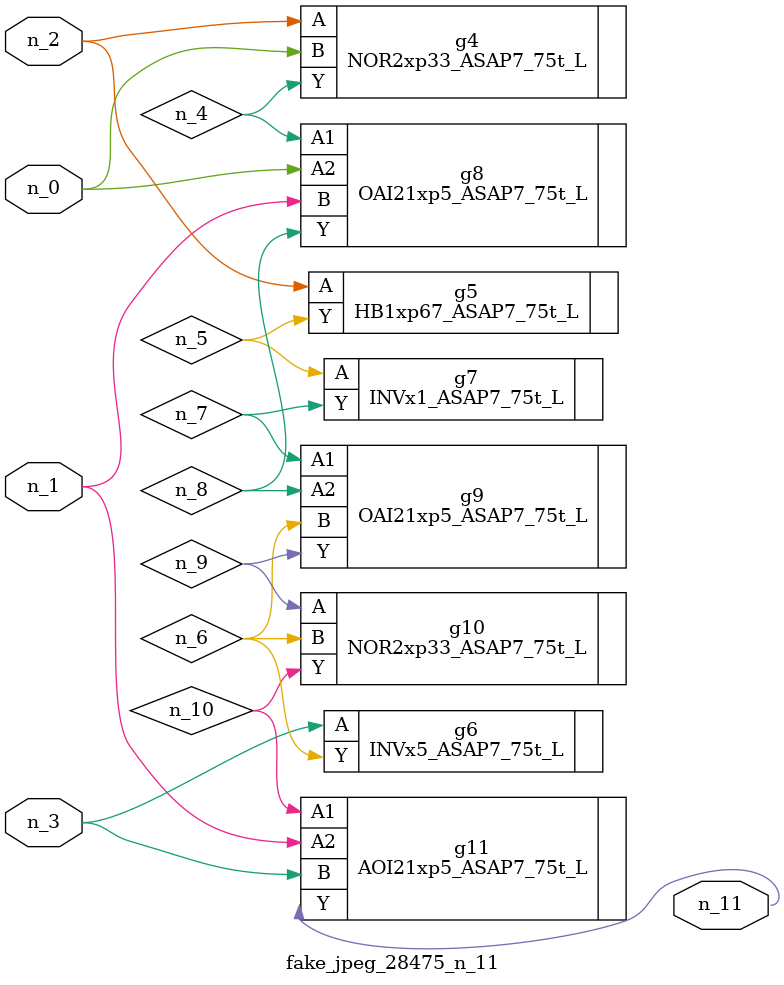
<source format=v>
module fake_jpeg_28475_n_11 (n_0, n_3, n_2, n_1, n_11);

input n_0;
input n_3;
input n_2;
input n_1;

output n_11;

wire n_10;
wire n_4;
wire n_8;
wire n_9;
wire n_6;
wire n_5;
wire n_7;

NOR2xp33_ASAP7_75t_L g4 ( 
.A(n_2),
.B(n_0),
.Y(n_4)
);

HB1xp67_ASAP7_75t_L g5 ( 
.A(n_2),
.Y(n_5)
);

INVx5_ASAP7_75t_L g6 ( 
.A(n_3),
.Y(n_6)
);

INVx1_ASAP7_75t_L g7 ( 
.A(n_5),
.Y(n_7)
);

OAI21xp5_ASAP7_75t_L g9 ( 
.A1(n_7),
.A2(n_8),
.B(n_6),
.Y(n_9)
);

OAI21xp5_ASAP7_75t_L g8 ( 
.A1(n_4),
.A2(n_0),
.B(n_1),
.Y(n_8)
);

NOR2xp33_ASAP7_75t_L g10 ( 
.A(n_9),
.B(n_6),
.Y(n_10)
);

AOI21xp5_ASAP7_75t_L g11 ( 
.A1(n_10),
.A2(n_1),
.B(n_3),
.Y(n_11)
);


endmodule
</source>
